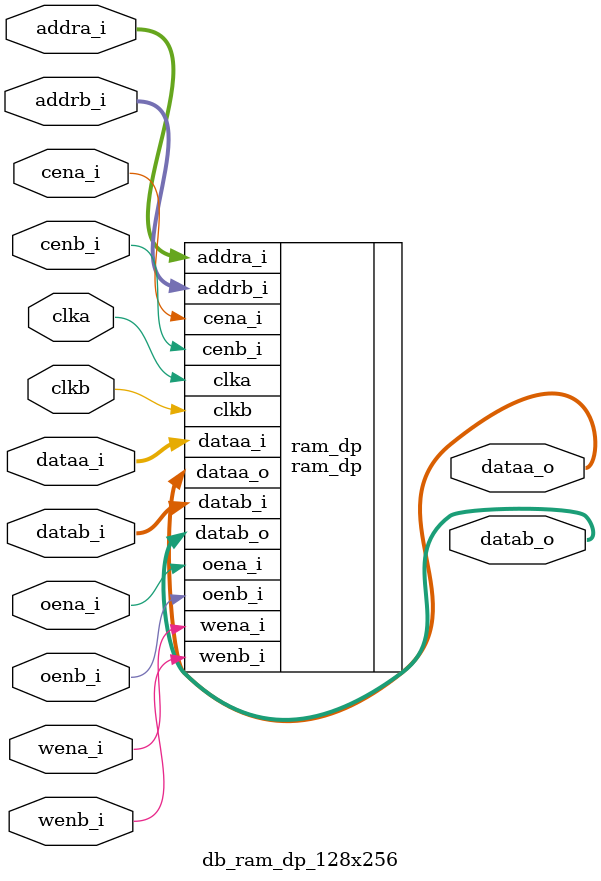
<source format=v>

`include "enc_defines.v"

module db_ram_dp_128x256 (
  clka    ,
  cena_i  ,
  oena_i  ,
  wena_i  ,
  addra_i ,
  dataa_o ,
  dataa_i ,
  clkb    ,
  cenb_i  ,
  oenb_i  ,
  wenb_i  ,
  addrb_i ,
  datab_o ,
  datab_i
);


//*** PARAMETER DECLARATION ****************************************************

  localparam Word_Width = 128 ;
  localparam Addr_Width = 8   ;


//*** INPUT/OUTPUT DECLARATION *************************************************
  // A port
  input                       clka    ;
  input                       cena_i  ;
  input                       oena_i  ;
  input                       wena_i  ;
  input  [Addr_Width-1 :0]    addra_i ;
  input  [Word_Width-1 :0]    dataa_i ;
  output [Word_Width-1 :0]    dataa_o ;

  // B Port
  input                       clkb    ;
  input                       cenb_i  ;
  input                       oenb_i  ;
  input                       wenb_i  ;
  input  [Addr_Width-1 :0]    addrb_i ;
  input  [Word_Width-1 :0]    datab_i ;
  output [Word_Width-1 :0]    datab_o ;


//*** MAIN BODY ****************************************************************

  ram_dp #(
    .Addr_Width    ( Addr_Width    ),
    .Word_Width    ( Word_Width    )
  ) ram_dp (
    .clka          ( clka          ),
    .cena_i        ( cena_i        ),
    .oena_i        ( oena_i        ),
    .wena_i        ( wena_i        ),
    .addra_i       ( addra_i       ),
    .dataa_o       ( dataa_o       ),
    .dataa_i       ( dataa_i       ),
    .clkb          ( clkb          ),
    .cenb_i        ( cenb_i        ),
    .oenb_i        ( oenb_i        ),
    .wenb_i        ( wenb_i        ),
    .addrb_i       ( addrb_i       ),
    .datab_o       ( datab_o       ),
    .datab_i       ( datab_i       )
    );

endmodule
</source>
